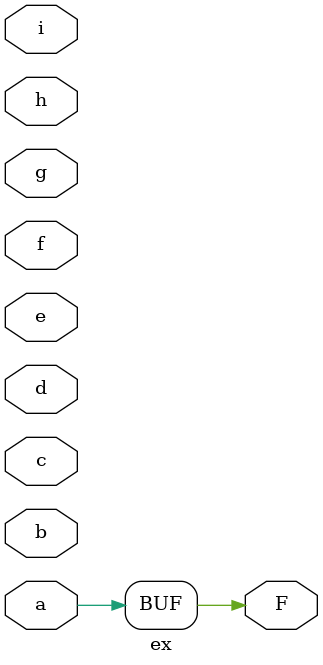
<source format=v>

module ex ( 
    a, b, c, d, e, f, g, h, i,
    F  );
  input  a, b, c, d, e, f, g, h, i;
  output F;
  assign F = a;
endmodule



</source>
